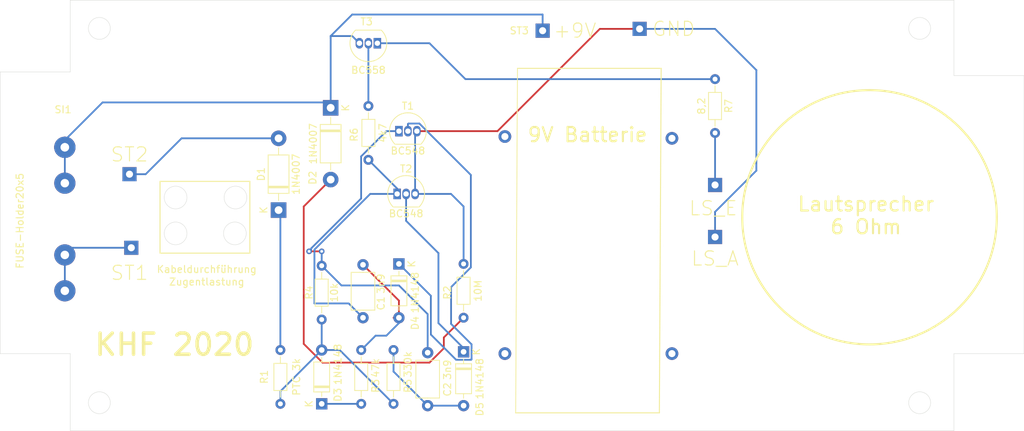
<source format=kicad_pcb>
(kicad_pcb (version 20221018) (generator pcbnew)
  (layers (0 "F.Cu" signal) (31 "B.Cu" signal) (34 "B.Paste" user) (35 "F.Paste" user) (36 "B.SilkS" user "B.Silkscreen") (37 "F.SilkS" user "F.Silkscreen") (38 "B.Mask" user) (39 "F.Mask" user) (44 "Edge.Cuts" user))
  (net 0 "")
  (net 1 "Net-(C1-Pad1)")
  (net 2 "Net-(C2-Pad2)")
  (net 3 "Net-(C2-Pad1)")
  (net 4 "Net-(D1-Pad1)")
  (net 5 "Net-(D1-Pad2)")
  (net 6 "Net-(D2-Pad2)")
  (net 7 "Net-(D2-Pad1)")
  (net 8 "Net-(D3-Pad1)")
  (net 9 "Net-(D3-Pad2)")
  (net 10 "Net-(D4-Pad1)")
  (net 11 "Net-(D5-Pad1)")
  (net 12 "Net-(LS1_E1-Pad1)")
  (net 13 "Net-(R6-Pad1)")
  (net 14 "Net-(R7-Pad1)")
  (net 15 "Net-(SI1-Pad1)")
  (net 16 "Net-(LS1_A1-Pad1)")
  (net 17 "Net-(C1-Pad2)")
  (footprint "Capacitor_THT:C_Axial_L5.1mm_D3.1mm_P7.50mm_Horizontal" (layer "F.Cu") (at 97.282 92.964 90)
    (fp_text reference "C1" (at 2.032 2.54 90) (layer "F.SilkS"))
    (fp_text value "3n9" (at 4.826 2.54 90) (layer "F.SilkS"))
    (fp_line (start 1.04 0) (end 1.08 0) (stroke (width 0.12)) (layer "F.SilkS"))
    (fp_line (start 1.08 -1.67) (end 1.08 1.67) (stroke (width 0.12)) (layer "F.SilkS"))
    (fp_line (start 1.08 1.67) (end 6.42 1.67) (stroke (width 0.12)) (layer "F.SilkS"))
    (fp_line (start 6.42 -1.67) (end 1.08 -1.67) (stroke (width 0.12)) (layer "F.SilkS"))
    (fp_line (start 6.42 1.67) (end 6.42 -1.67) (stroke (width 0.12)) (layer "F.SilkS"))
    (fp_line (start 6.46 0) (end 6.42 0) (stroke (width 0.12)) (layer "F.SilkS"))
    (pad "1" thru_hole circle (at 0 0 90) (size 1.6 1.6) (drill 0.8) (layers "*.Cu" "*.Mask") (net 1 "Net-(C1-Pad1)"))
    (pad "2" thru_hole oval (at 7.5 0 90) (size 1.6 1.6) (drill 0.8) (layers "*.Cu" "*.Mask") (net 17 "Net-(C1-Pad2)"))
  )
  (footprint "Capacitor_THT:C_Axial_L5.1mm_D3.1mm_P7.50mm_Horizontal" (layer "F.Cu") (at 106.426 105.41 90)
    (fp_text reference "C2" (at 2.286 2.794 90) (layer "F.SilkS"))
    (fp_text value "3n9" (at 5.08 2.794 90) (layer "F.SilkS"))
    (fp_line (start 1.04 0) (end 1.08 0) (stroke (width 0.12)) (layer "F.SilkS"))
    (fp_line (start 1.08 -1.67) (end 1.08 1.67) (stroke (width 0.12)) (layer "F.SilkS"))
    (fp_line (start 1.08 1.67) (end 6.42 1.67) (stroke (width 0.12)) (layer "F.SilkS"))
    (fp_line (start 6.42 -1.67) (end 1.08 -1.67) (stroke (width 0.12)) (layer "F.SilkS"))
    (fp_line (start 6.42 1.67) (end 6.42 -1.67) (stroke (width 0.12)) (layer "F.SilkS"))
    (fp_line (start 6.46 0) (end 6.42 0) (stroke (width 0.12)) (layer "F.SilkS"))
    (pad "1" thru_hole circle (at 0 0 90) (size 1.6 1.6) (drill 0.8) (layers "*.Cu" "*.Mask") (net 3 "Net-(C2-Pad1)"))
    (pad "2" thru_hole oval (at 7.5 0 90) (size 1.6 1.6) (drill 0.8) (layers "*.Cu" "*.Mask") (net 2 "Net-(C2-Pad2)"))
  )
  (footprint "Diode_THT:D_DO-41_SOD81_P10.16mm_Horizontal" (layer "F.Cu") (at 85.344 77.724 90)
    (fp_text reference "D1" (at 5.08 -2.47 90) (layer "F.SilkS"))
    (fp_text value "1N4007" (at 5.08 2.47 90) (layer "F.SilkS"))
    (fp_text user "K" (at 0 -2.1 90) (layer "F.SilkS"))
    (fp_line (start 1.34 0) (end 2.36 0) (stroke (width 0.12)) (layer "F.SilkS"))
    (fp_line (start 2.36 -1.47) (end 2.36 1.47) (stroke (width 0.12)) (layer "F.SilkS"))
    (fp_line (start 2.36 1.47) (end 7.8 1.47) (stroke (width 0.12)) (layer "F.SilkS"))
    (fp_line (start 3.14 -1.47) (end 3.14 1.47) (stroke (width 0.12)) (layer "F.SilkS"))
    (fp_line (start 3.26 -1.47) (end 3.26 1.47) (stroke (width 0.12)) (layer "F.SilkS"))
    (fp_line (start 3.38 -1.47) (end 3.38 1.47) (stroke (width 0.12)) (layer "F.SilkS"))
    (fp_line (start 7.8 -1.47) (end 2.36 -1.47) (stroke (width 0.12)) (layer "F.SilkS"))
    (fp_line (start 7.8 1.47) (end 7.8 -1.47) (stroke (width 0.12)) (layer "F.SilkS"))
    (fp_line (start 8.82 0) (end 7.8 0) (stroke (width 0.12)) (layer "F.SilkS"))
    (pad "1" thru_hole rect (at 0 0 90) (size 2.2 2.2) (drill 1.1) (layers "*.Cu" "*.Mask") (net 4 "Net-(D1-Pad1)"))
    (pad "2" thru_hole oval (at 10.16 0 90) (size 2.2 2.2) (drill 1.1) (layers "*.Cu" "*.Mask") (net 5 "Net-(D1-Pad2)"))
  )
  (footprint "Diode_THT:D_DO-41_SOD81_P10.16mm_Horizontal" (layer "F.Cu") (at 92.71 63.246 -90)
    (fp_text reference "D2" (at 9.906 2.54 90) (layer "F.SilkS"))
    (fp_text value "1N4007" (at 5.08 2.47 90) (layer "F.SilkS"))
    (fp_text user "K" (at 0 -2.1 90) (layer "F.SilkS"))
    (fp_line (start 1.34 0) (end 2.36 0) (stroke (width 0.12)) (layer "F.SilkS"))
    (fp_line (start 2.36 -1.47) (end 2.36 1.47) (stroke (width 0.12)) (layer "F.SilkS"))
    (fp_line (start 2.36 1.47) (end 7.8 1.47) (stroke (width 0.12)) (layer "F.SilkS"))
    (fp_line (start 3.14 -1.47) (end 3.14 1.47) (stroke (width 0.12)) (layer "F.SilkS"))
    (fp_line (start 3.26 -1.47) (end 3.26 1.47) (stroke (width 0.12)) (layer "F.SilkS"))
    (fp_line (start 3.38 -1.47) (end 3.38 1.47) (stroke (width 0.12)) (layer "F.SilkS"))
    (fp_line (start 7.8 -1.47) (end 2.36 -1.47) (stroke (width 0.12)) (layer "F.SilkS"))
    (fp_line (start 7.8 1.47) (end 7.8 -1.47) (stroke (width 0.12)) (layer "F.SilkS"))
    (fp_line (start 8.82 0) (end 7.8 0) (stroke (width 0.12)) (layer "F.SilkS"))
    (pad "1" thru_hole rect (at 0 0 270) (size 2.2 2.2) (drill 1.1) (layers "*.Cu" "*.Mask") (net 7 "Net-(D2-Pad1)"))
    (pad "2" thru_hole oval (at 10.16 0 270) (size 2.2 2.2) (drill 1.1) (layers "*.Cu" "*.Mask") (net 6 "Net-(D2-Pad2)"))
  )
  (footprint "Diode_THT:D_DO-35_SOD27_P7.62mm_Horizontal" (layer "F.Cu") (at 102.362 85.344 -90)
    (fp_text reference "D4" (at 8.382 -2.286 90) (layer "F.SilkS"))
    (fp_text value "1N4148" (at 4.064 -2.286 90) (layer "F.SilkS"))
    (fp_text user "K" (at 0 -1.8 90) (layer "F.SilkS"))
    (fp_line (start 1.04 0) (end 1.69 0) (stroke (width 0.12)) (layer "F.SilkS"))
    (fp_line (start 1.69 -1.12) (end 1.69 1.12) (stroke (width 0.12)) (layer "F.SilkS"))
    (fp_line (start 1.69 1.12) (end 5.93 1.12) (stroke (width 0.12)) (layer "F.SilkS"))
    (fp_line (start 2.29 -1.12) (end 2.29 1.12) (stroke (width 0.12)) (layer "F.SilkS"))
    (fp_line (start 2.41 -1.12) (end 2.41 1.12) (stroke (width 0.12)) (layer "F.SilkS"))
    (fp_line (start 2.53 -1.12) (end 2.53 1.12) (stroke (width 0.12)) (layer "F.SilkS"))
    (fp_line (start 5.93 -1.12) (end 1.69 -1.12) (stroke (width 0.12)) (layer "F.SilkS"))
    (fp_line (start 5.93 1.12) (end 5.93 -1.12) (stroke (width 0.12)) (layer "F.SilkS"))
    (fp_line (start 6.58 0) (end 5.93 0) (stroke (width 0.12)) (layer "F.SilkS"))
    (pad "1" thru_hole rect (at 0 0 270) (size 1.6 1.6) (drill 0.8) (layers "*.Cu" "*.Mask") (net 10 "Net-(D4-Pad1)"))
    (pad "2" thru_hole oval (at 7.62 0 270) (size 1.6 1.6) (drill 0.8) (layers "*.Cu" "*.Mask") (net 17 "Net-(C1-Pad2)"))
  )
  (footprint "Diode_THT:D_DO-35_SOD27_P7.62mm_Horizontal" (layer "F.Cu") (at 111.506 97.79 -90)
    (fp_text reference "D5" (at 8.128 -2.286 90) (layer "F.SilkS"))
    (fp_text value "1N4148" (at 3.81 -2.286 90) (layer "F.SilkS"))
    (fp_text user "K" (at 0 -1.8 90) (layer "F.SilkS"))
    (fp_line (start 1.04 0) (end 1.69 0) (stroke (width 0.12)) (layer "F.SilkS"))
    (fp_line (start 1.69 -1.12) (end 1.69 1.12) (stroke (width 0.12)) (layer "F.SilkS"))
    (fp_line (start 1.69 1.12) (end 5.93 1.12) (stroke (width 0.12)) (layer "F.SilkS"))
    (fp_line (start 2.29 -1.12) (end 2.29 1.12) (stroke (width 0.12)) (layer "F.SilkS"))
    (fp_line (start 2.41 -1.12) (end 2.41 1.12) (stroke (width 0.12)) (layer "F.SilkS"))
    (fp_line (start 2.53 -1.12) (end 2.53 1.12) (stroke (width 0.12)) (layer "F.SilkS"))
    (fp_line (start 5.93 -1.12) (end 1.69 -1.12) (stroke (width 0.12)) (layer "F.SilkS"))
    (fp_line (start 5.93 1.12) (end 5.93 -1.12) (stroke (width 0.12)) (layer "F.SilkS"))
    (fp_line (start 6.58 0) (end 5.93 0) (stroke (width 0.12)) (layer "F.SilkS"))
    (pad "1" thru_hole rect (at 0 0 270) (size 1.6 1.6) (drill 0.8) (layers "*.Cu" "*.Mask") (net 11 "Net-(D5-Pad1)"))
    (pad "2" thru_hole oval (at 7.62 0 270) (size 1.6 1.6) (drill 0.8) (layers "*.Cu" "*.Mask") (net 3 "Net-(C2-Pad1)"))
  )
  (footprint "KHF_LIB:LP" (layer "F.Cu") (at 147.066 81.534)
    (fp_text reference "LS1_A1")
    (fp_text value "LP_A")
    (pad "1" thru_hole rect (at 0 0) (size 2 2) (drill 1) (layers "*.Cu" "*.Mask") (net 16 "Net-(LS1_A1-Pad1)"))
  )
  (footprint "KHF_LIB:LP" (layer "F.Cu") (at 147.066 74.168)
    (fp_text reference "LS1_E1")
    (fp_text value "LP_E")
    (pad "1" thru_hole rect (at 0 0) (size 2 2) (drill 1) (layers "*.Cu" "*.Mask") (net 12 "Net-(LS1_E1-Pad1)"))
  )
  (footprint "Resistor_THT:R_Axial_DIN0204_L3.6mm_D1.6mm_P7.62mm_Horizontal" (layer "F.Cu") (at 85.598 97.536 -90)
    (fp_text reference "R1" (at 3.81 2.286 90) (layer "F.SilkS"))
    (fp_text value "PTC 3k" (at 3.81 -2.286 90) (layer "F.SilkS"))
    (fp_line (start 0.94 0) (end 1.89 0) (stroke (width 0.12)) (layer "F.SilkS"))
    (fp_line (start 1.89 -0.92) (end 1.89 0.92) (stroke (width 0.12)) (layer "F.SilkS"))
    (fp_line (start 1.89 0.92) (end 5.73 0.92) (stroke (width 0.12)) (layer "F.SilkS"))
    (fp_line (start 5.73 -0.92) (end 1.89 -0.92) (stroke (width 0.12)) (layer "F.SilkS"))
    (fp_line (start 5.73 0.92) (end 5.73 -0.92) (stroke (width 0.12)) (layer "F.SilkS"))
    (fp_line (start 6.68 0) (end 5.73 0) (stroke (width 0.12)) (layer "F.SilkS"))
    (pad "1" thru_hole circle (at 0 0 270) (size 1.4 1.4) (drill 0.7) (layers "*.Cu" "*.Mask") (net 4 "Net-(D1-Pad1)"))
    (pad "2" thru_hole oval (at 7.62 0 270) (size 1.4 1.4) (drill 0.7) (layers "*.Cu" "*.Mask") (net 9 "Net-(D3-Pad2)"))
  )
  (footprint "Resistor_THT:R_Axial_DIN0204_L3.6mm_D1.6mm_P7.62mm_Horizontal" (layer "F.Cu") (at 111.506 92.964 90)
    (fp_text reference "R2" (at 3.556 -2.286 90) (layer "F.SilkS"))
    (fp_text value "10M" (at 3.81 2.032 90) (layer "F.SilkS"))
    (fp_line (start 0.94 0) (end 1.89 0) (stroke (width 0.12)) (layer "F.SilkS"))
    (fp_line (start 1.89 -0.92) (end 1.89 0.92) (stroke (width 0.12)) (layer "F.SilkS"))
    (fp_line (start 1.89 0.92) (end 5.73 0.92) (stroke (width 0.12)) (layer "F.SilkS"))
    (fp_line (start 5.73 -0.92) (end 1.89 -0.92) (stroke (width 0.12)) (layer "F.SilkS"))
    (fp_line (start 5.73 0.92) (end 5.73 -0.92) (stroke (width 0.12)) (layer "F.SilkS"))
    (fp_line (start 6.68 0) (end 5.73 0) (stroke (width 0.12)) (layer "F.SilkS"))
    (pad "1" thru_hole circle (at 0 0 90) (size 1.4 1.4) (drill 0.7) (layers "*.Cu" "*.Mask") (net 6 "Net-(D2-Pad2)"))
    (pad "2" thru_hole oval (at 7.62 0 90) (size 1.4 1.4) (drill 0.7) (layers "*.Cu" "*.Mask") (net 16 "Net-(LS1_A1-Pad1)"))
  )
  (footprint "Resistor_THT:R_Axial_DIN0204_L3.6mm_D1.6mm_P7.62mm_Horizontal" (layer "F.Cu") (at 97.028 105.156 90)
    (fp_text reference "R3" (at 2.54 2.032 90) (layer "F.SilkS"))
    (fp_text value "47k" (at 5.08 2.032 90) (layer "F.SilkS"))
    (fp_line (start 0.94 0) (end 1.89 0) (stroke (width 0.12)) (layer "F.SilkS"))
    (fp_line (start 1.89 -0.92) (end 1.89 0.92) (stroke (width 0.12)) (layer "F.SilkS"))
    (fp_line (start 1.89 0.92) (end 5.73 0.92) (stroke (width 0.12)) (layer "F.SilkS"))
    (fp_line (start 5.73 -0.92) (end 1.89 -0.92) (stroke (width 0.12)) (layer "F.SilkS"))
    (fp_line (start 5.73 0.92) (end 5.73 -0.92) (stroke (width 0.12)) (layer "F.SilkS"))
    (fp_line (start 6.68 0) (end 5.73 0) (stroke (width 0.12)) (layer "F.SilkS"))
    (pad "1" thru_hole circle (at 0 0 90) (size 1.4 1.4) (drill 0.7) (layers "*.Cu" "*.Mask") (net 8 "Net-(D3-Pad1)"))
    (pad "2" thru_hole oval (at 7.62 0 90) (size 1.4 1.4) (drill 0.7) (layers "*.Cu" "*.Mask") (net 17 "Net-(C1-Pad2)"))
  )
  (footprint "Resistor_THT:R_Axial_DIN0204_L3.6mm_D1.6mm_P7.62mm_Horizontal" (layer "F.Cu") (at 91.44 93.218 90)
    (fp_text reference "R4" (at 3.81 -1.778 90) (layer "F.SilkS"))
    (fp_text value "10k" (at 3.81 1.778 90) (layer "F.SilkS"))
    (fp_line (start 0.94 0) (end 1.89 0) (stroke (width 0.12)) (layer "F.SilkS"))
    (fp_line (start 1.89 -0.92) (end 1.89 0.92) (stroke (width 0.12)) (layer "F.SilkS"))
    (fp_line (start 1.89 0.92) (end 5.73 0.92) (stroke (width 0.12)) (layer "F.SilkS"))
    (fp_line (start 5.73 -0.92) (end 1.89 -0.92) (stroke (width 0.12)) (layer "F.SilkS"))
    (fp_line (start 5.73 0.92) (end 5.73 -0.92) (stroke (width 0.12)) (layer "F.SilkS"))
    (fp_line (start 6.68 0) (end 5.73 0) (stroke (width 0.12)) (layer "F.SilkS"))
    (pad "1" thru_hole circle (at 0 0 90) (size 1.4 1.4) (drill 0.7) (layers "*.Cu" "*.Mask") (net 9 "Net-(D3-Pad2)"))
    (pad "2" thru_hole oval (at 7.62 0 90) (size 1.4 1.4) (drill 0.7) (layers "*.Cu" "*.Mask") (net 2 "Net-(C2-Pad2)"))
  )
  (footprint "Resistor_THT:R_Axial_DIN0204_L3.6mm_D1.6mm_P7.62mm_Horizontal" (layer "F.Cu") (at 101.6 105.156 90)
    (fp_text reference "R5" (at 2.54 2.032 90) (layer "F.SilkS"))
    (fp_text value "330k" (at 5.588 2.032 90) (layer "F.SilkS"))
    (fp_line (start 0.94 0) (end 1.89 0) (stroke (width 0.12)) (layer "F.SilkS"))
    (fp_line (start 1.89 -0.92) (end 1.89 0.92) (stroke (width 0.12)) (layer "F.SilkS"))
    (fp_line (start 1.89 0.92) (end 5.73 0.92) (stroke (width 0.12)) (layer "F.SilkS"))
    (fp_line (start 5.73 -0.92) (end 1.89 -0.92) (stroke (width 0.12)) (layer "F.SilkS"))
    (fp_line (start 5.73 0.92) (end 5.73 -0.92) (stroke (width 0.12)) (layer "F.SilkS"))
    (fp_line (start 6.68 0) (end 5.73 0) (stroke (width 0.12)) (layer "F.SilkS"))
    (pad "1" thru_hole circle (at 0 0 90) (size 1.4 1.4) (drill 0.7) (layers "*.Cu" "*.Mask") (net 9 "Net-(D3-Pad2)"))
    (pad "2" thru_hole oval (at 7.62 0 90) (size 1.4 1.4) (drill 0.7) (layers "*.Cu" "*.Mask") (net 3 "Net-(C2-Pad1)"))
  )
  (footprint "Resistor_THT:R_Axial_DIN0204_L3.6mm_D1.6mm_P7.62mm_Horizontal" (layer "F.Cu") (at 98.044 62.992 -90)
    (fp_text reference "R6" (at 4.064 2.032 90) (layer "F.SilkS"))
    (fp_text value "4k7" (at 3.81 -2.032 90) (layer "F.SilkS"))
    (fp_line (start 0.94 0) (end 1.89 0) (stroke (width 0.12)) (layer "F.SilkS"))
    (fp_line (start 1.89 -0.92) (end 1.89 0.92) (stroke (width 0.12)) (layer "F.SilkS"))
    (fp_line (start 1.89 0.92) (end 5.73 0.92) (stroke (width 0.12)) (layer "F.SilkS"))
    (fp_line (start 5.73 -0.92) (end 1.89 -0.92) (stroke (width 0.12)) (layer "F.SilkS"))
    (fp_line (start 5.73 0.92) (end 5.73 -0.92) (stroke (width 0.12)) (layer "F.SilkS"))
    (fp_line (start 6.68 0) (end 5.73 0) (stroke (width 0.12)) (layer "F.SilkS"))
    (pad "1" thru_hole circle (at 0 0 270) (size 1.4 1.4) (drill 0.7) (layers "*.Cu" "*.Mask") (net 13 "Net-(R6-Pad1)"))
    (pad "2" thru_hole oval (at 7.62 0 270) (size 1.4 1.4) (drill 0.7) (layers "*.Cu" "*.Mask") (net 1 "Net-(C1-Pad1)"))
  )
  (footprint "Resistor_THT:R_Axial_DIN0204_L3.6mm_D1.6mm_P7.62mm_Horizontal" (layer "F.Cu") (at 147.066 59.182 -90)
    (fp_text reference "R7" (at 3.81 -1.92 90) (layer "F.SilkS"))
    (fp_text value "8,2" (at 3.81 1.92 90) (layer "F.SilkS"))
    (fp_line (start 0.94 0) (end 1.89 0) (stroke (width 0.12)) (layer "F.SilkS"))
    (fp_line (start 1.89 -0.92) (end 1.89 0.92) (stroke (width 0.12)) (layer "F.SilkS"))
    (fp_line (start 1.89 0.92) (end 5.73 0.92) (stroke (width 0.12)) (layer "F.SilkS"))
    (fp_line (start 5.73 -0.92) (end 1.89 -0.92) (stroke (width 0.12)) (layer "F.SilkS"))
    (fp_line (start 5.73 0.92) (end 5.73 -0.92) (stroke (width 0.12)) (layer "F.SilkS"))
    (fp_line (start 6.68 0) (end 5.73 0) (stroke (width 0.12)) (layer "F.SilkS"))
    (pad "1" thru_hole circle (at 0 0 270) (size 1.4 1.4) (drill 0.7) (layers "*.Cu" "*.Mask") (net 14 "Net-(R7-Pad1)"))
    (pad "2" thru_hole oval (at 7.62 0 270) (size 1.4 1.4) (drill 0.7) (layers "*.Cu" "*.Mask") (net 12 "Net-(LS1_E1-Pad1)"))
  )
  (footprint "KHF_LIB:LP" (layer "F.Cu") (at 64.516 83.058)
    (fp_text reference "ST1" (at -0.254 3.556) (layer "F.SilkS") (effects (font (size 2 2))))
    (fp_text value "LP_A")
    (pad "1" thru_hole rect (at 0 0) (size 2 2) (drill 1) (layers "*.Cu" "*.Mask") (net 15 "Net-(SI1-Pad1)"))
  )
  (footprint "KHF_LIB:LP" (layer "F.Cu") (at 64.262 72.644)
    (fp_text reference "ST2" (at 0 -2.794) (layer "F.SilkS") (effects (font (size 2 2))))
    (fp_text value "LP_E")
    (pad "1" thru_hole rect (at 0 0) (size 2 2) (drill 1) (layers "*.Cu" "*.Mask") (net 5 "Net-(D1-Pad2)"))
  )
  (footprint "Package_TO_SOT_THT:TO-92_Inline" (layer "F.Cu") (at 102.362 66.548)
    (fp_text reference "T1" (at 1.27 -3.56) (layer "F.SilkS"))
    (fp_text value "BC548" (at 1.27 2.79) (layer "F.SilkS"))
    (fp_line (start -0.53 1.85) (end 3.07 1.85) (stroke (width 0.12)) (layer "F.SilkS"))
    (fp_arc (start -0.568478 1.838478) (mid -1.132087 -0.994977) (end 1.27 -2.6) (stroke (width 0.12)) (layer "F.SilkS"))
    (fp_arc (start 1.27 -2.6) (mid 3.672087 -0.994977) (end 3.108478 1.838478) (stroke (width 0.12)) (layer "F.SilkS"))
    (pad "1" thru_hole rect (at 0 0) (size 1.05 1.5) (drill 0.75) (layers "*.Cu" "*.Mask") (net 2 "Net-(C2-Pad2)"))
    (pad "2" thru_hole oval (at 1.27 0) (size 1.05 1.5) (drill 0.75) (layers "*.Cu" "*.Mask") (net 10 "Net-(D4-Pad1)"))
    (pad "3" thru_hole oval (at 2.54 0) (size 1.05 1.5) (drill 0.75) (layers "*.Cu" "*.Mask") (net 16 "Net-(LS1_A1-Pad1)"))
  )
  (footprint "Package_TO_SOT_THT:TO-92_Inline" (layer "F.Cu") (at 102.108 75.438)
    (fp_text reference "T2" (at 1.27 -3.56) (layer "F.SilkS"))
    (fp_text value "BC548" (at 1.27 2.79) (layer "F.SilkS"))
    (fp_line (start -0.53 1.85) (end 3.07 1.85) (stroke (width 0.12)) (layer "F.SilkS"))
    (fp_arc (start -0.568478 1.838478) (mid -1.132087 -0.994977) (end 1.27 -2.6) (stroke (width 0.12)) (layer "F.SilkS"))
    (fp_arc (start 1.27 -2.6) (mid 3.672087 -0.994977) (end 3.108478 1.838478) (stroke (width 0.12)) (layer "F.SilkS"))
    (pad "1" thru_hole rect (at 0 0) (size 1.05 1.5) (drill 0.75) (layers "*.Cu" "*.Mask") (net 1 "Net-(C1-Pad1)"))
    (pad "2" thru_hole oval (at 1.27 0) (size 1.05 1.5) (drill 0.75) (layers "*.Cu" "*.Mask") (net 11 "Net-(D5-Pad1)"))
    (pad "3" thru_hole oval (at 2.54 0) (size 1.05 1.5) (drill 0.75) (layers "*.Cu" "*.Mask") (net 16 "Net-(LS1_A1-Pad1)"))
  )
  (footprint "Package_TO_SOT_THT:TO-92_Inline" (layer "F.Cu") (at 99.314 54.102 180)
    (fp_text reference "T3" (at 1.524 3.048) (layer "F.SilkS"))
    (fp_text value "BC558" (at 1.27 -3.81) (layer "F.SilkS"))
    (fp_line (start -0.53 1.85) (end 3.07 1.85) (stroke (width 0.12)) (layer "F.SilkS"))
    (fp_arc (start -0.568478 1.838478) (mid -1.132087 -0.994977) (end 1.27 -2.6) (stroke (width 0.12)) (layer "F.SilkS"))
    (fp_arc (start 1.27 -2.6) (mid 3.672087 -0.994977) (end 3.108478 1.838478) (stroke (width 0.12)) (layer "F.SilkS"))
    (pad "1" thru_hole rect (at 0 0 180) (size 1.05 1.5) (drill 0.75) (layers "*.Cu" "*.Mask") (net 14 "Net-(R7-Pad1)"))
    (pad "2" thru_hole oval (at 1.27 0 180) (size 1.05 1.5) (drill 0.75) (layers "*.Cu" "*.Mask") (net 13 "Net-(R6-Pad1)"))
    (pad "3" thru_hole oval (at 2.54 0 180) (size 1.05 1.5) (drill 0.75) (layers "*.Cu" "*.Mask") (net 7 "Net-(D2-Pad1)"))
  )
  (footprint "KHF_LIB:LP" (layer "F.Cu") (at 122.682 52.324)
    (fp_text reference "ST3" (at -3.302 0) (layer "F.SilkS"))
    (fp_text value "LP_E")
    (pad "1" thru_hole rect (at 0 0) (size 2 2) (drill 1) (layers "*.Cu" "*.Mask") (net 7 "Net-(D2-Pad1)"))
  )
  (footprint "Diode_THT:D_DO-35_SOD27_P7.62mm_Horizontal" (layer "F.Cu") (at 91.44 105.156 90)
    (fp_text reference "D3" (at 1.27 2.286 90) (layer "F.SilkS"))
    (fp_text value "1N4148" (at 5.588 2.286 90) (layer "F.SilkS"))
    (fp_text user "K" (at 0 -1.8 90) (layer "F.SilkS"))
    (fp_line (start 1.04 0) (end 1.69 0) (stroke (width 0.12)) (layer "F.SilkS"))
    (fp_line (start 1.69 -1.12) (end 1.69 1.12) (stroke (width 0.12)) (layer "F.SilkS"))
    (fp_line (start 1.69 1.12) (end 5.93 1.12) (stroke (width 0.12)) (layer "F.SilkS"))
    (fp_line (start 2.29 -1.12) (end 2.29 1.12) (stroke (width 0.12)) (layer "F.SilkS"))
    (fp_line (start 2.41 -1.12) (end 2.41 1.12) (stroke (width 0.12)) (layer "F.SilkS"))
    (fp_line (start 2.53 -1.12) (end 2.53 1.12) (stroke (width 0.12)) (layer "F.SilkS"))
    (fp_line (start 5.93 -1.12) (end 1.69 -1.12) (stroke (width 0.12)) (layer "F.SilkS"))
    (fp_line (start 5.93 1.12) (end 5.93 -1.12) (stroke (width 0.12)) (layer "F.SilkS"))
    (fp_line (start 6.58 0) (end 5.93 0) (stroke (width 0.12)) (layer "F.SilkS"))
    (pad "1" thru_hole rect (at 0 0 90) (size 1.6 1.6) (drill 0.8) (layers "*.Cu" "*.Mask") (net 8 "Net-(D3-Pad1)"))
    (pad "2" thru_hole oval (at 7.62 0 90) (size 1.6 1.6) (drill 0.8) (layers "*.Cu" "*.Mask") (net 9 "Net-(D3-Pad2)"))
  )
  (footprint "KHF_LIB:LP" (layer "F.Cu") (at 136.398 52.07)
    (fp_text reference "GND" (at 4.826 0) (layer "F.SilkS") (effects (font (size 2 2))))
    (fp_text value "LP_E")
    (pad "1" thru_hole rect (at 0 0) (size 2 2) (drill 1) (layers "*.Cu" "*.Mask") (net 16 "Net-(LS1_A1-Pad1)"))
  )
  (footprint "KHF_LIB:Fuseholder_Cylinder-5x20mm_KHF" (layer "F.Cu") (at 55.118 89.154 90)
    (fp_text reference "SI1" (at 25.654 -0.254 180) (layer "F.SilkS"))
    (fp_text value "FUSE-Holder20x5" (at 9.906 -6.35 90) (layer "F.SilkS"))
    (pad "1" thru_hole circle (at 0 0 90) (size 3 3) (drill 1.2) (layers "*.Cu" "*.Mask") (net 15 "Net-(SI1-Pad1)"))
    (pad "1" thru_hole circle (at 5.08 0 90) (size 3 3) (drill 1.2) (layers "*.Cu" "*.Mask") (net 15 "Net-(SI1-Pad1)"))
    (pad "2" thru_hole circle (at 15.24 0 90) (size 3 3) (drill 1.2) (layers "*.Cu" "*.Mask") (net 7 "Net-(D2-Pad1)"))
    (pad "2" thru_hole circle (at 20.32 0 90) (size 3 3) (drill 1.2) (layers "*.Cu" "*.Mask") (net 7 "Net-(D2-Pad1)"))
    (pad "2" thru_hole circle (at 20.32 0 90) (size 3 3) (drill 1.2) (layers "*.Cu" "*.Mask") (net 7 "Net-(D2-Pad1)"))
  )
  (gr_line (start 68.58 83.82) (end 68.58 73.66) (stroke (width 0.15)) (layer "F.SilkS"))
  (gr_line (start 119.126 57.658) (end 118.872 106.426) (stroke (width 0.12)) (layer "F.SilkS"))
  (gr_line (start 139.446 57.658) (end 139.192 106.426) (stroke (width 0.15)) (layer "F.SilkS"))
  (gr_circle (center 168.91 78.74) (end 186.91 78.74) (stroke (width 0.3)) (fill none) (layer "F.SilkS"))
  (gr_line (start 68.58 73.66) (end 81.28 73.66) (stroke (width 0.15)) (layer "F.SilkS"))
  (gr_line (start 81.28 73.66) (end 81.28 83.82) (stroke (width 0.15)) (layer "F.SilkS"))
  (gr_line (start 81.28 83.82) (end 68.58 83.82) (stroke (width 0.15)) (layer "F.SilkS"))
  (gr_line (start 139.192 106.426) (end 118.872 106.426) (stroke (width 0.15)) (layer "F.SilkS"))
  (gr_line (start 119.126 57.658) (end 139.446 57.658) (stroke (width 0.15)) (layer "F.SilkS"))
  (gr_circle (center 176 105) (end 177.55 105) (stroke (width 0.05)) (fill none) (layer "Edge.Cuts"))
  (gr_line (start 45.974 98.044) (end 45.974 58.166) (stroke (width 0.05)) (layer "Edge.Cuts"))
  (gr_circle (center 60 105) (end 61.55 105) (stroke (width 0.05)) (fill none) (layer "Edge.Cuts"))
  (gr_circle (center 176 52) (end 177.55 52) (stroke (width 0.05)) (fill none) (layer "Edge.Cuts"))
  (gr_line (start 180.848 58.674) (end 180.848 48.006) (stroke (width 0.05)) (layer "Edge.Cuts"))
  (gr_line (start 55.88 108.966) (end 55.88 98.044) (stroke (width 0.05)) (layer "Edge.Cuts"))
  (gr_line (start 190.754 98.044) (end 180.848 98.044) (stroke (width 0.05)) (layer "Edge.Cuts"))
  (gr_circle (center 70.783563 75.946) (end 69.259563 75.438) (stroke (width 0.05)) (fill none) (layer "Edge.Cuts"))
  (gr_line (start 55.88 98.044) (end 45.974 98.044) (stroke (width 0.05)) (layer "Edge.Cuts"))
  (gr_line (start 180.848 98.044) (end 180.848 108.966) (stroke (width 0.05)) (layer "Edge.Cuts"))
  (gr_circle (center 79.165563 81.026) (end 77.641563 80.518) (stroke (width 0.05)) (fill none) (layer "Edge.Cuts"))
  (gr_line (start 55.88 48.006) (end 55.88 58.166) (stroke (width 0.05)) (layer "Edge.Cuts"))
  (gr_line (start 190.754 58.674) (end 190.754 98.044) (stroke (width 0.05)) (layer "Edge.Cuts"))
  (gr_circle (center 70.783563 81.026) (end 69.259563 80.518) (stroke (width 0.05)) (fill none) (layer "Edge.Cuts"))
  (gr_circle (center 79.248 75.946) (end 77.724 75.438) (stroke (width 0.05)) (fill none) (layer "Edge.Cuts"))
  (gr_line (start 55.88 58.166) (end 45.974 58.166) (stroke (width 0.05)) (layer "Edge.Cuts"))
  (gr_circle (center 60 52) (end 61.55 52) (stroke (width 0.05)) (fill none) (layer "Edge.Cuts"))
  (gr_line (start 180.848 108.966) (end 55.88 108.966) (stroke (width 0.05)) (layer "Edge.Cuts"))
  (gr_line (start 190.754 58.674) (end 180.848 58.674) (stroke (width 0.05)) (layer "Edge.Cuts"))
  (gr_line (start 55.88 48.006) (end 180.848 48.006) (stroke (width 0.05)) (layer "Edge.Cuts"))
  (gr_text "Zugentlastung" (at 75.184 87.884) (layer "F.SilkS") (effects (font (size 1 1))))
  (gr_text "+9V" (at 127.254 52.324) (layer "F.SilkS") (effects (font (size 2 2))))
  (gr_text "Lautsprecher\n6 Ohm" (at 168.402 78.486) (layer "F.SilkS") (effects (font (size 2 2) (thickness 0.3))))
  (gr_text "LS_A" (at 147.066 84.582) (layer "F.SilkS") (effects (font (size 2 2))))
  (gr_text "LS_E" (at 146.812 77.47) (layer "F.SilkS") (effects (font (size 2 2))))
  (gr_text "Kabeldurchführung" (at 75.184 86.106) (layer "F.SilkS") (effects (font (size 1 1))))
  (gr_text "9V Batterie" (at 129.032 67.056) (layer "F.SilkS") (effects (font (size 2 2) (thickness 0.3))))
  (gr_text "KHF 2020" (at 70.612 96.774) (layer "F.SilkS") (effects (font (size 3 3) (thickness 0.5))))
  (via (at 117.348 98.044) (size 1.8) (drill 1) (layers "F.Cu" "B.Cu") (net 0))
  (via (at 140.97 98.044) (size 1.8) (drill 1) (layers "F.Cu" "B.Cu") (net 0))
  (via (at 117.348 67.31) (size 1.8) (drill 1) (layers "F.Cu" "B.Cu") (net 0))
  (via (at 140.97 67.564) (size 1.8) (drill 1) (layers "F.Cu" "B.Cu") (net 0))
  (segment (start 90.414999 90.941001) (end 95.259001 90.941001) (width 0.25) (layer "B.Cu") (net 1))
  (segment (start 90.414999 83.321001) (end 90.414999 90.941001) (width 0.25) (layer "B.Cu") (net 1))
  (segment (start 102.108 75.438) (end 98.298 75.438) (width 0.25) (layer "B.Cu") (net 1))
  (segment (start 98.298 75.438) (end 90.414999 83.321001) (width 0.25) (layer "B.Cu") (net 1))
  (segment (start 102.108 75.438) (end 102.108 74.676) (width 0.25) (layer "B.Cu") (net 1))
  (segment (start 97.028 93.218) (end 97.282 92.964) (width 0.25) (layer "B.Cu") (net 1))
  (segment (start 95.259001 90.941001) (end 97.282 92.964) (width 0.25) (layer "B.Cu") (net 1))
  (segment (start 102.108 74.676) (end 98.044 70.612) (width 0.25) (layer "B.Cu") (net 1))
  (segment (start 89.662 83.566) (end 91.44 83.566) (width 0.25) (layer "F.Cu") (net 2))
  (via (at 91.44 83.566) (size 0.8) (drill 0.4) (layers "F.Cu" "B.Cu") (net 2))
  (via (at 89.662 83.566) (size 0.8) (drill 0.4) (layers "F.Cu" "B.Cu") (net 2))
  (segment (start 97.018999 70.119999) (end 97.018999 76.080591) (width 0.25) (layer "B.Cu") (net 2))
  (segment (start 106.426 97.91) (end 106.426 92.456) (width 0.25) (layer "B.Cu") (net 2))
  (segment (start 102.362 88.392) (end 101.854 88.392) (width 0.25) (layer "B.Cu") (net 2))
  (segment (start 100.590998 66.548) (end 97.018999 70.119999) (width 0.25) (layer "B.Cu") (net 2))
  (segment (start 101.854 88.392) (end 94.234 88.392) (width 0.25) (layer "B.Cu") (net 2))
  (segment (start 97.018999 76.080591) (end 89.964989 83.134601) (width 0.25) (layer "B.Cu") (net 2))
  (segment (start 91.44 85.598) (end 91.44 83.566) (width 0.25) (layer "B.Cu") (net 2))
  (segment (start 106.426 92.456) (end 102.362 88.392) (width 0.25) (layer "B.Cu") (net 2))
  (segment (start 94.234 88.392) (end 91.44 85.598) (width 0.25) (layer "B.Cu") (net 2))
  (segment (start 102.362 66.548) (end 100.590998 66.548) (width 0.25) (layer "B.Cu") (net 2))
  (segment (start 89.964989 83.134601) (end 89.964989 83.263011) (width 0.25) (layer "B.Cu") (net 2))
  (segment (start 89.964989 83.263011) (end 89.662 83.566) (width 0.25) (layer "B.Cu") (net 2))
  (segment (start 106.426 105.41) (end 111.506 105.41) (width 0.25) (layer "B.Cu") (net 3))
  (segment (start 101.6 100.584) (end 106.426 105.41) (width 0.25) (layer "B.Cu") (net 3))
  (segment (start 101.6 97.536) (end 101.6 100.584) (width 0.25) (layer "B.Cu") (net 3))
  (segment (start 85.598 97.536) (end 85.598 77.978) (width 0.25) (layer "B.Cu") (net 4))
  (segment (start 85.598 77.978) (end 85.344 77.724) (width 0.25) (layer "B.Cu") (net 4))
  (segment (start 66.548 72.644) (end 71.628 67.564) (width 0.25) (layer "B.Cu") (net 5))
  (segment (start 71.628 67.564) (end 85.344 67.564) (width 0.25) (layer "B.Cu") (net 5))
  (segment (start 64.262 72.644) (end 66.548 72.644) (width 0.25) (layer "B.Cu") (net 5))
  (segment (start 88.9 77.216) (end 92.71 73.406) (width 0.25) (layer "F.Cu") (net 6))
  (segment (start 88.9 96.661002) (end 88.9 77.216) (width 0.25) (layer "F.Cu") (net 6))
  (segment (start 111.506 92.964) (end 108.712 95.758) (width 0.25) (layer "F.Cu") (net 6))
  (segment (start 106.687002 99.314) (end 91.552998 99.314) (width 0.25) (layer "F.Cu") (net 6))
  (segment (start 108.712 97.289002) (end 106.687002 99.314) (width 0.25) (layer "F.Cu") (net 6))
  (segment (start 91.552998 99.314) (end 88.9 96.661002) (width 0.25) (layer "F.Cu") (net 6))
  (segment (start 108.712 95.758) (end 108.712 97.289002) (width 0.25) (layer "F.Cu") (net 6))
  (segment (start 55.118 67.818) (end 60.452 62.484) (width 0.25) (layer "B.Cu") (net 7))
  (segment (start 95.758 50.038) (end 92.71 53.086) (width 0.25) (layer "B.Cu") (net 7))
  (segment (start 92.71 63.246) (end 92.71 53.34) (width 0.25) (layer "B.Cu") (net 7))
  (segment (start 92.71 53.34) (end 92.71 53.086) (width 0.25) (layer "B.Cu") (net 7))
  (segment (start 122.682 50.038) (end 95.758 50.038) (width 0.25) (layer "B.Cu") (net 7))
  (segment (start 92.71 53.086) (end 92.964 53.086) (width 0.25) (layer "B.Cu") (net 7))
  (segment (start 91.948 62.484) (end 92.71 63.246) (width 0.25) (layer "B.Cu") (net 7))
  (segment (start 122.682 52.324) (end 122.682 50.038) (width 0.25) (layer "B.Cu") (net 7))
  (segment (start 55.118 72.898) (end 55.118 67.818) (width 0.25) (layer "B.Cu") (net 7))
  (segment (start 60.452 62.484) (end 91.948 62.484) (width 0.25) (layer "B.Cu") (net 7))
  (segment (start 95.758 53.086) (end 96.774 54.102) (width 0.25) (layer "B.Cu") (net 7))
  (segment (start 92.964 53.086) (end 95.758 53.086) (width 0.25) (layer "B.Cu") (net 7))
  (segment (start 91.44 105.156) (end 97.028 105.156) (width 0.25) (layer "B.Cu") (net 8))
  (segment (start 91.44 97.536) (end 93.98 97.536) (width 0.25) (layer "B.Cu") (net 9))
  (segment (start 85.598 105.156) (end 85.598 103.378) (width 0.25) (layer "B.Cu") (net 9))
  (segment (start 85.598 103.378) (end 91.44 97.536) (width 0.25) (layer "B.Cu") (net 9))
  (segment (start 91.44 97.536) (end 91.44 93.218) (width 0.25) (layer "B.Cu") (net 9))
  (segment (start 93.98 97.536) (end 101.6 105.156) (width 0.25) (layer "B.Cu") (net 9))
  (segment (start 109.737001 93.835999) (end 112.631001 96.729999) (width 0.25) (layer "B.Cu") (net 10))
  (segment (start 110.445999 98.915001) (end 106.87601 95.345012) (width 0.25) (layer "B.Cu") (net 10))
  (segment (start 103.70701 65.47299) (end 105.254085 65.47299) (width 0.25) (layer "B.Cu") (net 10))
  (segment (start 103.632 66.548) (end 103.632 65.548) (width 0.25) (layer "B.Cu") (net 10))
  (segment (start 105.254085 65.47299) (end 112.531001 72.749906) (width 0.25) (layer "B.Cu") (net 10))
  (segment (start 106.87601 89.85801) (end 102.362 85.344) (width 0.25) (layer "B.Cu") (net 10))
  (segment (start 112.531001 85.836001) (end 109.737001 88.630001) (width 0.25) (layer "B.Cu") (net 10))
  (segment (start 112.631001 98.850001) (end 112.566001 98.915001) (width 0.25) (layer "B.Cu") (net 10))
  (segment (start 112.566001 98.915001) (end 110.445999 98.915001) (width 0.25) (layer "B.Cu") (net 10))
  (segment (start 106.87601 95.345012) (end 106.87601 89.85801) (width 0.25) (layer "B.Cu") (net 10))
  (segment (start 112.531001 72.749906) (end 112.531001 85.836001) (width 0.25) (layer "B.Cu") (net 10))
  (segment (start 109.737001 88.630001) (end 109.737001 93.835999) (width 0.25) (layer "B.Cu") (net 10))
  (segment (start 112.631001 96.729999) (end 112.631001 98.850001) (width 0.25) (layer "B.Cu") (net 10))
  (segment (start 103.632 65.548) (end 103.70701 65.47299) (width 0.25) (layer "B.Cu") (net 10))
  (segment (start 111.506 97.79) (end 111.506 97.282) (width 0.25) (layer "B.Cu") (net 11))
  (segment (start 107.95 93.726) (end 107.95 83.82) (width 0.25) (layer "B.Cu") (net 11))
  (segment (start 107.95 83.82) (end 103.378 79.248) (width 0.25) (layer "B.Cu") (net 11))
  (segment (start 111.506 97.282) (end 107.95 93.726) (width 0.25) (layer "B.Cu") (net 11))
  (segment (start 103.378 79.248) (end 103.378 75.438) (width 0.25) (layer "B.Cu") (net 11))
  (segment (start 147.066 74.168) (end 147.066 66.802) (width 0.25) (layer "B.Cu") (net 12))
  (segment (start 98.044 62.992) (end 98.044 54.102) (width 0.25) (layer "B.Cu") (net 13))
  (segment (start 106.68 54.102) (end 99.314 54.102) (width 0.25) (layer "B.Cu") (net 14))
  (segment (start 147.066 59.182) (end 111.76 59.182) (width 0.25) (layer "B.Cu") (net 14))
  (segment (start 111.76 59.182) (end 106.68 54.102) (width 0.25) (layer "B.Cu") (net 14))
  (segment (start 64.516 83.058) (end 55.118 83.058) (width 0.25) (layer "B.Cu") (net 15))
  (segment (start 55.118 83.058) (end 55.118 88.138) (width 0.25) (layer "B.Cu") (net 15))
  (segment (start 130.774998 52.07) (end 136.398 52.07) (width 0.25) (layer "F.Cu") (net 16))
  (segment (start 116.296998 66.548) (end 130.774998 52.07) (width 0.25) (layer "F.Cu") (net 16))
  (segment (start 104.902 66.548) (end 116.296998 66.548) (width 0.25) (layer "F.Cu") (net 16))
  (segment (start 104.648 75.438) (end 104.648 66.802) (width 0.25) (layer "B.Cu") (net 16))
  (segment (start 152.908 57.912) (end 152.908 72.136) (width 0.25) (layer "B.Cu") (net 16))
  (segment (start 109.728 75.438) (end 104.648 75.438) (width 0.25) (layer "B.Cu") (net 16))
  (segment (start 111.506 77.216) (end 109.728 75.438) (width 0.25) (layer "B.Cu") (net 16))
  (segment (start 152.908 72.136) (end 147.066 77.978) (width 0.25) (layer "B.Cu") (net 16))
  (segment (start 147.066 77.978) (end 147.066 81.534) (width 0.25) (layer "B.Cu") (net 16))
  (segment (start 136.398 52.07) (end 147.066 52.07) (width 0.25) (layer "B.Cu") (net 16))
  (segment (start 147.066 52.07) (end 152.908 57.912) (width 0.25) (layer "B.Cu") (net 16))
  (segment (start 104.648 66.802) (end 104.902 66.548) (width 0.25) (layer "B.Cu") (net 16))
  (segment (start 111.506 85.344) (end 111.506 77.216) (width 0.25) (layer "B.Cu") (net 16))
  (segment (start 101.6 92.964) (end 102.362 92.964) (width 0.25) (layer "F.Cu") (net 17))
  (segment (start 102.362 90.544) (end 97.282 85.464) (width 0.25) (layer "F.Cu") (net 17))
  (segment (start 102.362 92.964) (end 102.362 90.544) (width 0.25) (layer "F.Cu") (net 17))
  (segment (start 102.362 93.726) (end 102.362 92.964) (width 0.25) (layer "B.Cu") (net 17))
  (segment (start 99.06 95.504) (end 100.584 95.504) (width 0.25) (layer "B.Cu") (net 17))
  (segment (start 97.028 97.536) (end 99.06 95.504) (width 0.25) (layer "B.Cu") (net 17))
  (segment (start 100.584 95.504) (end 102.362 93.726) (width 0.25) (layer "B.Cu") (net 17))
)
</source>
